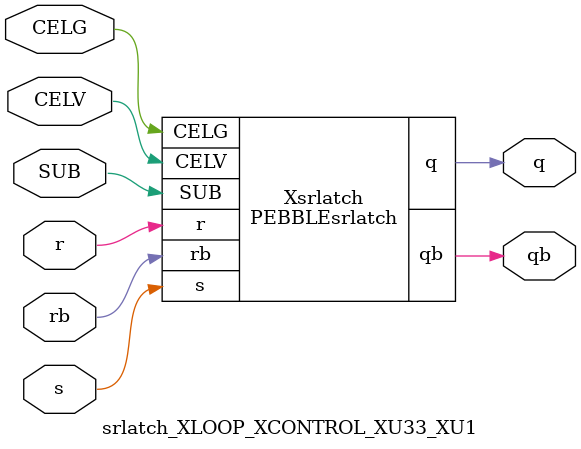
<source format=v>



module PEBBLEsrlatch ( q, qb, CELG, CELV, SUB, r, rb, s );

  input CELV;
  input s;
  output q;
  input rb;
  input r;
  input SUB;
  input CELG;
  output qb;
endmodule

//Celera Confidential Do Not Copy srlatch_XLOOP_XCONTROL_XU33_XU1
//Celera Confidential Symbol Generator
//SR Latch
module srlatch_XLOOP_XCONTROL_XU33_XU1 (CELV,CELG,s,r,rb,q,qb,SUB);
input CELV;
input CELG;
input s;
input r;
input rb;
input SUB;
output q;
output qb;

//Celera Confidential Do Not Copy srlatch
PEBBLEsrlatch Xsrlatch(
.CELV (CELV),
.r (r),
.s (s),
.q (q),
.qb (qb),
.rb (rb),
.SUB (SUB),
.CELG (CELG)
);
//,diesize,PEBBLEsrlatch

//Celera Confidential Do Not Copy Module End
//Celera Schematic Generator
endmodule

</source>
